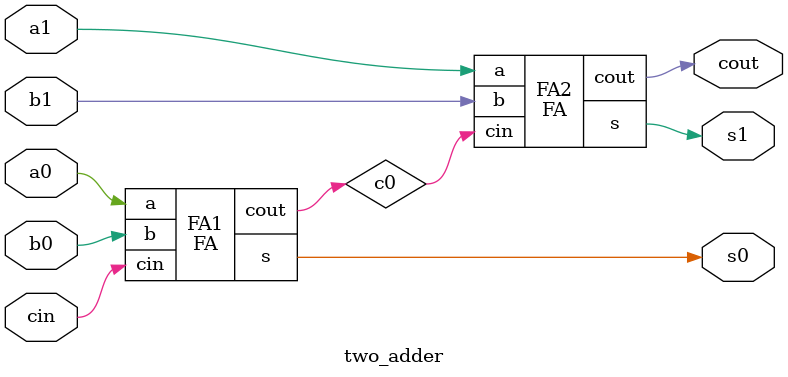
<source format=v>
module FA (
    input cin,
    input a,
    input b,
    output reg s,
    output reg cout
);



always @(*) begin
    s = a ^ b ^ cin;
    cout = a & b | a & cin | b & cin;
end

endmodule

//----------------------------------------------------------------------------
// two_adder
//----------------------------------------------------------------------------
module two_adder (
    input a0,
    input a1,
    input b0,
    input b1,
    input cin,
    output cout,
    output s0,
    output s1
);
wire c0; // auto


FA  FA1 (
    .cin(cin),
    .a(a0),
    .b(b0),
    .s(s0),
    .cout(c0)
);

FA  FA2 (
    .cin(c0),
    .a(a1),
    .b(b1),
    .s(s1),
    .cout(cout)
);

endmodule



</source>
